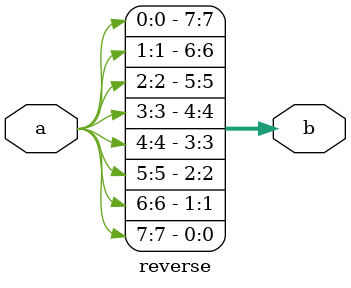
<source format=v>
`timescale 1ns / 1ps


module reverse(input [7:0] a, output [7:0] b
    );
    assign b= {a[0], a[1], a[2], a[3], a[4], a[5], a[6], a[7]};
endmodule

</source>
